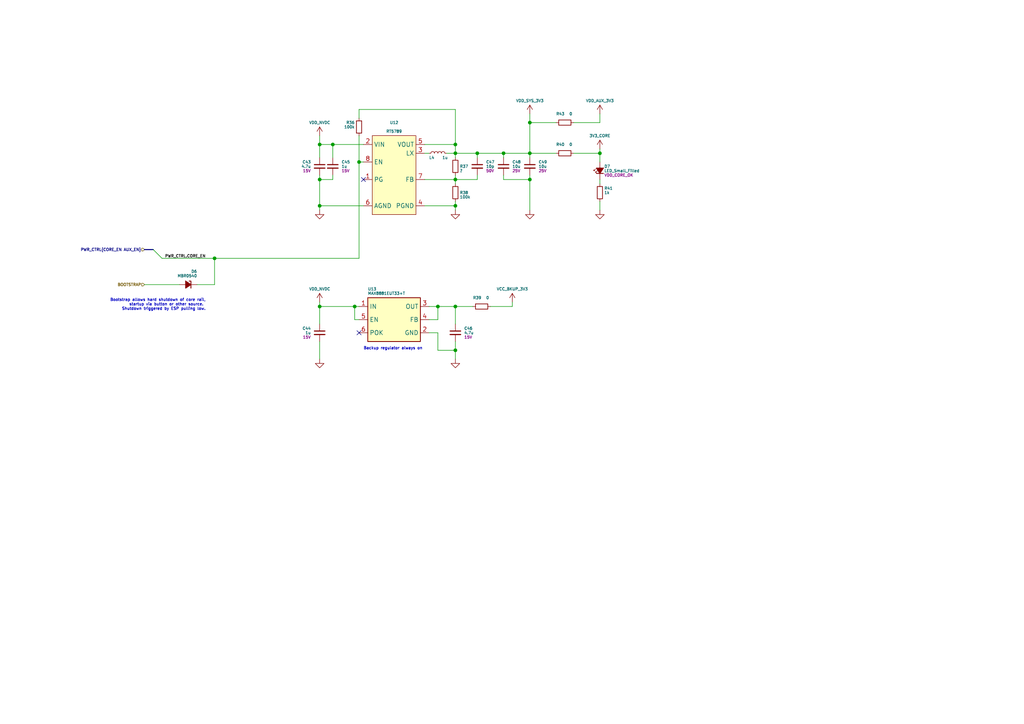
<source format=kicad_sch>
(kicad_sch (version 20211123) (generator eeschema)
  (paper "A4")
  (title_block (rev "A") (company "Frisius"))
  (lib_symbols
    (symbol "Device:C_Small" (pin_numbers hide) (pin_names (offset 0.254) hide)
      (property "Reference" "C" (at 0.254 1.778 0))
      (property "Value" "C_Small" (at 0.254 -2.032 0))
      (symbol "C_Small_0_1"
        (polyline (pts (xy -1.524 -0.508) (xy 1.524 -0.508)) (stroke (width 0.3302)))
        (polyline (pts (xy -1.524 0.508) (xy 1.524 0.508)) (stroke (width 0.3048)))
      )
      (symbol "C_Small_1_1"
        (pin passive line (at 0 2.54 270) (length 2.032) (name "~") (number "1"))
        (pin passive line (at 0 -2.54 90) (length 2.032) (name "~") (number "2"))
      )
    )
    (symbol "Device:D_Zener_Small_Filled" (pin_numbers hide) (pin_names (offset 0.254) hide)
      (property "Reference" "D" (at 0 2.286 0))
      (property "Value" "D_Zener_Small_Filled" (at 0 -2.286 0))
      (symbol "D_Zener_Small_Filled_0_1"
        (polyline (pts (xy 0.762 0) (xy -0.762 0)))
        (polyline (pts (xy -0.254 1.016) (xy -0.762 1.016) (xy -0.762 -1.016)) (stroke (width 0.254)))
        (polyline (pts (xy 0.762 1.016) (xy -0.762 0) (xy 0.762 -1.016) (xy 0.762 1.016)) (stroke (width 0.254)) (fill (type outline)))
      )
      (symbol "D_Zener_Small_Filled_1_1"
        (pin passive line (at -2.54 0 0) (length 1.778) (name "K") (number "1"))
        (pin passive line (at 2.54 0 180) (length 1.778) (name "A") (number "2"))
      )
    )
    (symbol "Device:LED_Small_Filled" (pin_numbers hide) (pin_names (offset 0.254) hide)
      (property "Reference" "D" (at -1.27 3.175 0))
      (property "Value" "LED_Small_Filled" (at -4.445 -2.54 0))
      (symbol "LED_Small_Filled_0_1"
        (polyline (pts (xy -0.762 -1.016) (xy -0.762 1.016)) (stroke (width 0.254)))
        (polyline (pts (xy 1.016 0) (xy -0.762 0)))
        (polyline (pts (xy 0.762 -1.016) (xy -0.762 0) (xy 0.762 1.016) (xy 0.762 -1.016)) (stroke (width 0.254)) (fill (type outline)))
        (polyline (pts (xy 0 0.762) (xy -0.508 1.27) (xy -0.254 1.27) (xy -0.508 1.27) (xy -0.508 1.016)))
        (polyline (pts (xy 0.508 1.27) (xy 0 1.778) (xy 0.254 1.778) (xy 0 1.778) (xy 0 1.524)))
      )
      (symbol "LED_Small_Filled_1_1"
        (pin passive line (at -2.54 0 0) (length 1.778) (name "K") (number "1"))
        (pin passive line (at 2.54 0 180) (length 1.778) (name "A") (number "2"))
      )
    )
    (symbol "Device:L_Small" (pin_numbers hide) (pin_names (offset 0.254) hide)
      (property "Reference" "L" (at 0.762 1.016 0))
      (property "Value" "L_Small" (at 0.762 -1.016 0))
      (symbol "L_Small_0_1"
        (arc (start 0 -2.032) (mid 0.508 -1.524) (end 0 -1.016))
        (arc (start 0 -1.016) (mid 0.508 -0.508) (end 0 0))
        (arc (start 0 0) (mid 0.508 0.508) (end 0 1.016))
        (arc (start 0 1.016) (mid 0.508 1.524) (end 0 2.032))
      )
      (symbol "L_Small_1_1"
        (pin passive line (at 0 2.54 270) (length 0.508) (name "~") (number "1"))
        (pin passive line (at 0 -2.54 90) (length 0.508) (name "~") (number "2"))
      )
    )
    (symbol "Device:R_Small" (pin_numbers hide) (pin_names (offset 0.254) hide)
      (property "Reference" "R" (at 0.762 0.508 0))
      (property "Value" "R_Small" (at 0.762 -1.016 0))
      (symbol "R_Small_0_1"
        (rectangle (start -0.762 1.778) (end 0.762 -1.778) (stroke (width 0.2032)))
      )
      (symbol "R_Small_1_1"
        (pin passive line (at 0 2.54 270) (length 0.762) (name "~") (number "1"))
        (pin passive line (at 0 -2.54 90) (length 0.762) (name "~") (number "2"))
      )
    )
    (symbol "bt_PMIC_DCDC_Buck:RT5789"
      (property "Reference" "U12" (at 0 13.97 0))
      (property "Value" "RT5789" (at 0 11.43 0))
      (symbol "RT5789_0_1"
        (rectangle (start -6.35 10.16) (end 6.35 -12.7) (fill (type background)))
      )
      (symbol "RT5789_1_1"
        (pin open_collector line (at -8.89 -2.54 0) (length 2.54) (name "PG") (number "1"))
        (pin power_in line (at -8.89 7.62 0) (length 2.54) (name "VIN") (number "2"))
        (pin bidirectional line (at 8.89 5.08 180) (length 2.54) (name "LX") (number "3"))
        (pin power_in line (at 8.89 -10.16 180) (length 2.54) (name "PGND") (number "4"))
        (pin input line (at 8.89 7.62 180) (length 2.54) (name "VOUT") (number "5"))
        (pin power_in line (at -8.89 -10.16 0) (length 2.54) (name "AGND") (number "6"))
        (pin input line (at 8.89 -2.54 180) (length 2.54) (name "FB") (number "7"))
        (pin input line (at -8.89 2.54 0) (length 2.54) (name "EN") (number "8"))
      )
    )
    (symbol "bt_PMIC_Linear:MAX8881EUT33+T"
      (property "Reference" "U" (at -7.62 8.89 0))
      (property "Value" "MAX8881EUT33+T" (at -7.62 7.62 0))
      (symbol "MAX8881EUT33+T_0_1"
        (rectangle (start -7.62 6.35) (end 7.62 -6.35) (stroke (width 0.254)) (fill (type background)))
      )
      (symbol "MAX8881EUT33+T_1_1"
        (pin power_in line (at -10.16 3.81 0) (length 2.54) (name "IN") (number "1"))
        (pin power_out line (at 10.16 -3.81 180) (length 2.54) (name "GND") (number "2"))
        (pin power_out line (at 10.16 3.81 180) (length 2.54) (name "OUT") (number "3"))
        (pin input line (at 10.16 0 180) (length 2.54) (name "FB") (number "4"))
        (pin input line (at -10.16 0 0) (length 2.54) (name "EN") (number "5"))
        (pin output line (at -10.16 -3.81 0) (length 2.54) (name "POK") (number "6"))
      )
    )
    (symbol "bt_power:VDD_AUX_3V3" (power) (in_bom no) (on_board no)
      (property "Value" "VDD_AUX_3V3" (at 0.2286 3.5814 0))
      (symbol "VDD_AUX_3V3_0_1"
        (polyline (pts (xy -0.762 1.27) (xy 0 2.54)))
        (polyline (pts (xy 0 0) (xy 0 2.54)))
        (polyline (pts (xy 0 2.54) (xy 0.762 1.27)))
      )
      (symbol "VDD_AUX_3V3_1_1"
        (pin power_in line (at 0 0 90) (length 0) hide (name "VDD_AUX_3V3") (number "1"))
      )
    )
    (symbol "bt_power:VDD_BKUP_3V3" (power) (pin_names (offset 0))
      (property "Value" "VDD_BKUP_3V3" (at 0 3.556 0))
      (symbol "VDD_BKUP_3V3_0_1"
        (polyline (pts (xy -0.762 1.27) (xy 0 2.54)))
        (polyline (pts (xy 0 0) (xy 0 2.54)))
        (polyline (pts (xy 0 2.54) (xy 0.762 1.27)))
      )
      (symbol "VDD_BKUP_3V3_1_1"
        (pin power_in line (at 0 0 90) (length 0) hide (name "VCC_BKUP_3V3") (number "1"))
      )
    )
    (symbol "bt_power:VDD_CORE_3V3" (power) (in_bom no) (on_board no)
      (property "Value" "VDD_CORE_3V3" (at 0.2286 3.5814 0))
      (symbol "VDD_CORE_3V3_0_1"
        (polyline (pts (xy -0.762 1.27) (xy 0 2.54)))
        (polyline (pts (xy 0 0) (xy 0 2.54)))
        (polyline (pts (xy 0 2.54) (xy 0.762 1.27)))
      )
      (symbol "VDD_CORE_3V3_1_1"
        (pin power_in line (at 0 0 90) (length 0) hide (name "3V3_CORE") (number "1"))
      )
    )
    (symbol "bt_power:VDD_NVDC" (power) (in_bom no) (on_board no)
      (property "Value" "VDD_NVDC" (at 0.2286 3.5814 0))
      (symbol "VDD_NVDC_0_1"
        (polyline (pts (xy -0.762 1.27) (xy 0 2.54)))
        (polyline (pts (xy 0 0) (xy 0 2.54)))
        (polyline (pts (xy 0 2.54) (xy 0.762 1.27)))
      )
      (symbol "VDD_NVDC_1_1"
        (pin power_in line (at 0 0 90) (length 0) hide (name "VDD_NVDC") (number "1"))
      )
    )
    (symbol "bt_power:VDD_SYS_3V3" (power) (in_bom no) (on_board no)
      (property "Value" "VDD_SYS_3V3" (at 0.2286 3.5814 0))
      (symbol "VDD_SYS_3V3_0_1"
        (polyline (pts (xy -0.762 1.27) (xy 0 2.54)))
        (polyline (pts (xy 0 0) (xy 0 2.54)))
        (polyline (pts (xy 0 2.54) (xy 0.762 1.27)))
      )
      (symbol "VDD_SYS_3V3_1_1"
        (pin power_in line (at 0 0 90) (length 0) hide (name "VDD_SYS_3V3") (number "1"))
      )
    )
    (symbol "power:GND" (power) (pin_names (offset 0))
      (property "Value" "GND" (at 0 -3.81 0))
      (symbol "GND_0_1"
        (polyline (pts (xy 0 0) (xy 0 -1.27) (xy 1.27 -1.27) (xy 0 -2.54) (xy -1.27 -1.27) (xy 0 -1.27)))
      )
      (symbol "GND_1_1"
        (pin power_in line (at 0 0 270) (length 0) hide (name "GND") (number "1"))
      )
    )
  )
  (junction (at 153.67 35.56))
  (junction (at 132.08 88.9))
  (junction (at 92.71 41.91))
  (junction (at 132.08 101.6))
  (junction (at 104.14 46.99))
  (junction (at 132.08 59.69))
  (junction (at 127 88.9))
  (junction (at 138.43 44.45))
  (junction (at 92.71 52.07))
  (junction (at 96.52 41.91))
  (junction (at 92.71 59.69))
  (junction (at 92.71 88.9))
  (junction (at 132.08 41.91))
  (junction (at 102.87 88.9))
  (junction (at 132.08 52.07))
  (junction (at 173.99 44.45))
  (junction (at 153.67 44.45))
  (junction (at 153.67 52.07))
  (junction (at 132.08 44.45))
  (junction (at 146.05 44.45))
  (junction (at 62.23 74.93))
  (no_connect (at 104.14 96.52))
  (no_connect (at 105.41 52.07))
  (bus_entry (at 44.45 72.39) (size 2.54 2.54))
  (wire (pts (xy 129.54 44.45) (xy 132.08 44.45)))
  (wire (pts (xy 138.43 44.45) (xy 138.43 45.72)))
  (wire (pts (xy 102.87 88.9) (xy 104.14 88.9)))
  (wire (pts (xy 138.43 50.8) (xy 138.43 52.07)))
  (wire (pts (xy 124.46 88.9) (xy 127 88.9)))
  (wire (pts (xy 132.08 104.14) (xy 132.08 101.6)))
  (wire (pts (xy 166.37 35.56) (xy 173.99 35.56)))
  (wire (pts (xy 173.99 60.96) (xy 173.99 58.42)))
  (wire (pts (xy 132.08 88.9) (xy 137.16 88.9)))
  (wire (pts (xy 92.71 93.98) (xy 92.71 88.9)))
  (wire (pts (xy 105.41 59.69) (xy 92.71 59.69)))
  (wire (pts (xy 92.71 45.72) (xy 92.71 41.91)))
  (wire (pts (xy 96.52 52.07) (xy 92.71 52.07)))
  (wire (pts (xy 102.87 92.71) (xy 102.87 88.9)))
  (wire (pts (xy 173.99 43.18) (xy 173.99 44.45)))
  (wire (pts (xy 92.71 88.9) (xy 102.87 88.9)))
  (wire (pts (xy 148.59 87.63) (xy 148.59 88.9)))
  (wire (pts (xy 132.08 31.75) (xy 132.08 41.91)))
  (wire (pts (xy 102.87 92.71) (xy 104.14 92.71)))
  (wire (pts (xy 132.08 88.9) (xy 132.08 93.98)))
  (wire (pts (xy 173.99 33.02) (xy 173.99 35.56)))
  (wire (pts (xy 92.71 59.69) (xy 92.71 52.07)))
  (wire (pts (xy 146.05 52.07) (xy 146.05 50.8)))
  (wire (pts (xy 127 96.52) (xy 127 101.6)))
  (wire (pts (xy 132.08 52.07) (xy 123.19 52.07)))
  (wire (pts (xy 127 101.6) (xy 132.08 101.6)))
  (wire (pts (xy 104.14 39.37) (xy 104.14 46.99)))
  (wire (pts (xy 132.08 41.91) (xy 132.08 44.45)))
  (wire (pts (xy 146.05 45.72) (xy 146.05 44.45)))
  (wire (pts (xy 92.71 39.37) (xy 92.71 41.91)))
  (wire (pts (xy 127 88.9) (xy 132.08 88.9)))
  (wire (pts (xy 132.08 50.8) (xy 132.08 52.07)))
  (wire (pts (xy 104.14 46.99) (xy 105.41 46.99)))
  (wire (pts (xy 124.46 96.52) (xy 127 96.52)))
  (wire (pts (xy 153.67 60.96) (xy 153.67 52.07)))
  (wire (pts (xy 62.23 74.93) (xy 46.99 74.93)))
  (wire (pts (xy 92.71 60.96) (xy 92.71 59.69)))
  (wire (pts (xy 124.46 92.71) (xy 127 92.71)))
  (wire (pts (xy 92.71 41.91) (xy 96.52 41.91)))
  (wire (pts (xy 92.71 104.14) (xy 92.71 99.06)))
  (wire (pts (xy 96.52 41.91) (xy 105.41 41.91)))
  (wire (pts (xy 132.08 59.69) (xy 132.08 58.42)))
  (wire (pts (xy 62.23 74.93) (xy 62.23 82.55)))
  (wire (pts (xy 132.08 44.45) (xy 132.08 45.72)))
  (wire (pts (xy 132.08 60.96) (xy 132.08 59.69)))
  (wire (pts (xy 166.37 44.45) (xy 173.99 44.45)))
  (wire (pts (xy 146.05 52.07) (xy 153.67 52.07)))
  (wire (pts (xy 92.71 87.63) (xy 92.71 88.9)))
  (wire (pts (xy 132.08 44.45) (xy 138.43 44.45)))
  (wire (pts (xy 62.23 74.93) (xy 104.14 74.93)))
  (wire (pts (xy 132.08 53.34) (xy 132.08 52.07)))
  (wire (pts (xy 104.14 34.29) (xy 104.14 31.75)))
  (wire (pts (xy 96.52 50.8) (xy 96.52 52.07)))
  (wire (pts (xy 153.67 35.56) (xy 153.67 44.45)))
  (wire (pts (xy 153.67 35.56) (xy 161.29 35.56)))
  (wire (pts (xy 104.14 46.99) (xy 104.14 74.93)))
  (wire (pts (xy 153.67 44.45) (xy 161.29 44.45)))
  (wire (pts (xy 153.67 33.02) (xy 153.67 35.56)))
  (wire (pts (xy 138.43 52.07) (xy 132.08 52.07)))
  (wire (pts (xy 123.19 41.91) (xy 132.08 41.91)))
  (wire (pts (xy 92.71 52.07) (xy 92.71 50.8)))
  (wire (pts (xy 173.99 46.99) (xy 173.99 44.45)))
  (wire (pts (xy 96.52 41.91) (xy 96.52 45.72)))
  (wire (pts (xy 146.05 44.45) (xy 153.67 44.45)))
  (wire (pts (xy 104.14 31.75) (xy 132.08 31.75)))
  (wire (pts (xy 173.99 52.07) (xy 173.99 53.34)))
  (wire (pts (xy 41.91 82.55) (xy 52.07 82.55)))
  (bus (pts (xy 44.45 72.39) (xy 41.91 72.39)))
  (wire (pts (xy 127 92.71) (xy 127 88.9)))
  (wire (pts (xy 142.24 88.9) (xy 148.59 88.9)))
  (wire (pts (xy 57.15 82.55) (xy 62.23 82.55)))
  (wire (pts (xy 153.67 45.72) (xy 153.67 44.45)))
  (wire (pts (xy 132.08 59.69) (xy 123.19 59.69)))
  (wire (pts (xy 153.67 52.07) (xy 153.67 50.8)))
  (wire (pts (xy 132.08 101.6) (xy 132.08 99.06)))
  (wire (pts (xy 124.46 44.45) (xy 123.19 44.45)))
  (wire (pts (xy 138.43 44.45) (xy 146.05 44.45)))
  (text "Bootstrap allows hard shutdown of core rail,\nstartup via button or other source. \nShutdown triggered by ESP pulling low." (at 59.69 90.17 0) (effects (font (size 0.8 0.8)) (justify right bottom)))
  (text "Backup regulator always on" (at 105.41 101.6 0) (effects (font (size 0.8 0.8)) (justify left bottom)))
  (label "PWR_CTRL.CORE_EN" (at 59.69 74.93 180) (effects (font (size 0.8 0.8))))
  (hierarchical_label "BOOTSTRAP" (shape input) (at 41.91 82.55 180) (effects (font (size 0.8 0.8))))
  (hierarchical_label "PWR_CTRL{CORE_EN AUX_EN}" (shape input) (at 41.91 72.39 180) (effects (font (size 0.8 0.8))))
  (symbol (lib_id "Device:C_Small") (at 96.52 48.26 0) (unit 1)
    (property "Reference" "C45" (at 99.06 46.99 0) (effects (font (size 0.8 0.8)) (justify left)))
    (property "Value" "1u" (at 99.06 48.26 0) (effects (font (size 0.8 0.8)) (justify left)))
    (property "Footprint" "Capacitor_SMD:C_0603_1608Metric" (effects hide))
    (property "Voltage" "15V" (at 99.06 49.53 0) (effects (font (size 0.8 0.8)) (justify left)))
  )
  (symbol (lib_id "bt_power:VDD_CORE_3V3") (at 173.99 43.18 0) (unit 1) (in_bom no) (on_board no)
    (property "Reference" "#U022" (effects hide))
    (property "Value" "VDD_CORE_3V3" (at 173.99 39.37 0) (effects (font (size 0.8 0.8))))
  )
  (symbol (lib_id "Device:R_Small") (at 163.83 44.45 90) (unit 1)
    (property "Reference" "R40" (at 161.29 41.91 90) (effects (font (size 0.8 0.8)) (justify right)))
    (property "Value" "0" (at 165.1 41.91 90) (effects (font (size 0.8 0.8)) (justify right)))
    (property "Footprint" "Resistor_SMD:R_0603_1608Metric_Pad0.98x0.95mm_HandSolder" (effects hide))
  )
  (symbol (lib_id "bt_power:VDD_AUX_3V3") (at 173.99 33.02 0) (unit 1) (in_bom no) (on_board no)
    (property "Reference" "#U024" (effects hide))
    (property "Value" "VDD_AUX_3V3" (at 173.99 29.21 0) (effects (font (size 0.8 0.8))))
  )
  (symbol (lib_id "bt_power:VDD_NVDC") (at 92.71 87.63 0) (unit 1) (in_bom no) (on_board no)
    (property "Reference" "#U020" (effects hide))
    (property "Value" "VDD_NVDC" (at 92.71 83.82 0) (effects (font (size 0.8 0.8))))
  )
  (symbol (lib_id "Device:L_Small") (at 127 44.45 90) (unit 1)
    (property "Reference" "L4" (at 124.46 45.72 90) (effects (font (size 0.8 0.8)) (justify right)))
    (property "Value" "1u" (at 128.27 45.72 90) (effects (font (size 0.8 0.8)) (justify right)))
    (property "Footprint" "Inductor_SMD:L_Wuerth_MAPI-2510" (effects hide))
  )
  (symbol (lib_id "power:GND") (at 92.71 104.14 0) (unit 1)
    (property "Reference" "#PWR056" (effects hide))
    (property "Value" "GND" (effects hide))
  )
  (symbol (lib_id "Device:R_Small") (at 104.14 36.83 0) (mirror y) (unit 1)
    (property "Reference" "R36" (at 102.87 35.56 0) (effects (font (size 0.8 0.8)) (justify left)))
    (property "Value" "100k" (at 102.87 36.83 0) (effects (font (size 0.8 0.8)) (justify left)))
    (property "Footprint" "Resistor_SMD:R_0402_1005Metric" (effects hide))
  )
  (symbol (lib_id "bt_power:VDD_SYS_3V3") (at 153.67 33.02 0) (unit 1) (in_bom no) (on_board no)
    (property "Reference" "#U0101" (effects hide))
    (property "Value" "VDD_SYS_3V3" (at 153.67 29.21 0) (effects (font (size 0.8 0.8))))
  )
  (symbol (lib_id "bt_power:VDD_BKUP_3V3") (at 148.59 87.63 0) (unit 1)
    (property "Reference" "#PWR061" (effects hide))
    (property "Value" "VDD_BKUP_3V3" (at 148.59 83.82 0) (effects (font (size 0.8 0.8))))
  )
  (symbol (lib_id "power:GND") (at 132.08 60.96 0) (unit 1)
    (property "Reference" "#PWR059" (effects hide))
    (property "Value" "GND" (effects hide))
  )
  (symbol (lib_id "power:GND") (at 173.99 60.96 0) (unit 1)
    (property "Reference" "#PWR063" (effects hide))
    (property "Value" "GND" (effects hide))
  )
  (symbol (lib_id "Device:C_Small") (at 92.71 96.52 0) (mirror y) (unit 1)
    (property "Reference" "C44" (at 90.17 95.25 0) (effects (font (size 0.8 0.8)) (justify left)))
    (property "Value" "1u" (at 90.17 96.52 0) (effects (font (size 0.8 0.8)) (justify left)))
    (property "Footprint" "Capacitor_SMD:C_0603_1608Metric" (effects hide))
    (property "Voltage" "15V" (at 90.17 97.79 0) (effects (font (size 0.8 0.8)) (justify left)))
  )
  (symbol (lib_id "Device:C_Small") (at 138.43 48.26 0) (unit 1)
    (property "Reference" "C47" (at 140.97 46.99 0) (effects (font (size 0.8 0.8)) (justify left)))
    (property "Value" "10p" (at 140.97 48.26 0) (effects (font (size 0.8 0.8)) (justify left)))
    (property "Footprint" "Capacitor_SMD:C_0402_1005Metric" (effects hide))
    (property "Voltage" "50V" (at 140.97 49.53 0) (effects (font (size 0.8 0.8)) (justify left)))
  )
  (symbol (lib_id "bt_PMIC_Linear:MAX8881EUT33+T") (at 114.3 92.71 0) (unit 1)
    (property "Reference" "U13" (at 106.68 83.82 0) (effects (font (size 0.8 0.8)) (justify left)))
    (property "Value" "MAX8881EUT33+T" (at 106.68 85.09 0) (effects (font (size 0.8 0.8)) (justify left)))
    (property "Footprint" "Package_TO_SOT_SMD:SOT-23-6" (effects hide))
  )
  (symbol (lib_id "power:GND") (at 92.71 60.96 0) (unit 1)
    (property "Reference" "#PWR055" (effects hide))
    (property "Value" "GND" (effects hide))
  )
  (symbol (lib_id "Device:C_Small") (at 146.05 48.26 0) (unit 1)
    (property "Reference" "C48" (at 148.59 46.99 0) (effects (font (size 0.8 0.8)) (justify left)))
    (property "Value" "10u" (at 148.59 48.26 0) (effects (font (size 0.8 0.8)) (justify left)))
    (property "Footprint" "Capacitor_SMD:C_0805_2012Metric" (effects hide))
    (property "Voltage" "25V" (at 148.59 49.53 0) (effects (font (size 0.8 0.8)) (justify left)))
  )
  (symbol (lib_id "bt_PMIC_DCDC_Buck:RT5789") (at 114.3 49.53 0) (unit 1)
    (property "Reference" "U12" (at 114.3 35.56 0) (effects (font (size 0.8 0.8))))
    (property "Value" "RT5789" (at 114.3 38.1 0) (effects (font (size 0.8 0.8))))
    (property "Footprint" "Package_TO_SOT_SMD:TSOT-23-8" (effects hide))
  )
  (symbol (lib_id "Device:C_Small") (at 153.67 48.26 0) (unit 1)
    (property "Reference" "C49" (at 156.21 46.99 0) (effects (font (size 0.8 0.8)) (justify left)))
    (property "Value" "10u" (at 156.21 48.26 0) (effects (font (size 0.8 0.8)) (justify left)))
    (property "Footprint" "Capacitor_SMD:C_0805_2012Metric" (effects hide))
    (property "Voltage" "25V" (at 156.21 49.53 0) (effects (font (size 0.8 0.8)) (justify left)))
  )
  (symbol (lib_id "Device:R_Small") (at 139.7 88.9 90) (unit 1)
    (property "Reference" "R39" (at 137.16 86.36 90) (effects (font (size 0.8 0.8)) (justify right)))
    (property "Value" "0" (at 140.97 86.36 90) (effects (font (size 0.8 0.8)) (justify right)))
    (property "Footprint" "Resistor_SMD:R_0603_1608Metric_Pad0.98x0.95mm_HandSolder" (effects hide))
  )
  (symbol (lib_id "Device:D_Zener_Small_Filled") (at 54.61 82.55 0) (mirror y) (unit 1)
    (property "Reference" "D6" (at 57.15 78.74 0) (effects (font (size 0.8 0.8)) (justify left)))
    (property "Value" "MBR0540" (at 57.15 80.01 0) (effects (font (size 0.8 0.8)) (justify left)))
    (property "Footprint" "LED_SMD:LED_0603_1608Metric" (effects hide))
  )
  (symbol (lib_id "power:GND") (at 153.67 60.96 0) (unit 1)
    (property "Reference" "#PWR062" (effects hide))
    (property "Value" "GND" (effects hide))
  )
  (symbol (lib_id "Device:C_Small") (at 92.71 48.26 0) (mirror y) (unit 1)
    (property "Reference" "C43" (at 90.17 46.99 0) (effects (font (size 0.8 0.8)) (justify left)))
    (property "Value" "4.7u" (at 90.17 48.26 0) (effects (font (size 0.8 0.8)) (justify left)))
    (property "Footprint" "Capacitor_SMD:C_0603_1608Metric" (effects hide))
    (property "Voltage" "15V" (at 90.17 49.53 0) (effects (font (size 0.8 0.8)) (justify left)))
  )
  (symbol (lib_id "Device:R_Small") (at 163.83 35.56 90) (unit 1)
    (property "Reference" "R43" (at 161.29 33.02 90) (effects (font (size 0.8 0.8)) (justify right)))
    (property "Value" "0" (at 165.1 33.02 90) (effects (font (size 0.8 0.8)) (justify right)))
    (property "Footprint" "Resistor_SMD:R_0603_1608Metric_Pad0.98x0.95mm_HandSolder" (effects hide))
  )
  (symbol (lib_id "Device:LED_Small_Filled") (at 173.99 49.53 90) (unit 1)
    (property "Reference" "D7" (at 175.26 48.26 90) (effects (font (size 0.8 0.8)) (justify right)))
    (property "Value" "LED_Small_Filled" (at 175.26 49.53 90) (effects (font (size 0.8 0.8)) (justify right)))
    (property "Footprint" "LED_SMD:LED_0603_1608Metric" (effects hide))
    (property "Label" "VDD_CORE_OK" (at 175.26 50.8 90) (effects (font (size 0.8 0.8)) (justify right)))
  )
  (symbol (lib_id "Device:R_Small") (at 173.99 55.88 0) (mirror x) (unit 1)
    (property "Reference" "R41" (at 175.26 54.61 0) (effects (font (size 0.8 0.8)) (justify left)))
    (property "Value" "1k" (at 175.26 55.88 0) (effects (font (size 0.8 0.8)) (justify left)))
    (property "Footprint" "Resistor_SMD:R_0402_1005Metric" (effects hide))
  )
  (symbol (lib_id "Device:R_Small") (at 132.08 55.88 0) (unit 1)
    (property "Reference" "R38" (at 133.35 55.88 0) (effects (font (size 0.8 0.8)) (justify left)))
    (property "Value" "100k" (at 133.35 57.15 0) (effects (font (size 0.8 0.8)) (justify left)))
    (property "Footprint" "Resistor_SMD:R_0402_1005Metric" (effects hide))
  )
  (symbol (lib_id "Device:R_Small") (at 132.08 48.26 0) (unit 1)
    (property "Reference" "R37" (at 133.35 48.26 0) (effects (font (size 0.8 0.8)) (justify left)))
    (property "Value" "?" (at 133.35 49.53 0) (effects (font (size 0.8 0.8)) (justify left)))
    (property "Footprint" "Resistor_SMD:R_0402_1005Metric" (effects hide))
  )
  (symbol (lib_id "bt_power:VDD_NVDC") (at 92.71 39.37 0) (unit 1) (in_bom no) (on_board no)
    (property "Reference" "#U019" (effects hide))
    (property "Value" "VDD_NVDC" (at 92.71 35.56 0) (effects (font (size 0.8 0.8))))
  )
  (symbol (lib_id "Device:C_Small") (at 132.08 96.52 0) (unit 1)
    (property "Reference" "C46" (at 134.62 95.25 0) (effects (font (size 0.8 0.8)) (justify left)))
    (property "Value" "4.7u" (at 134.62 96.52 0) (effects (font (size 0.8 0.8)) (justify left)))
    (property "Footprint" "Capacitor_SMD:C_0603_1608Metric" (effects hide))
    (property "Voltage" "15V" (at 134.62 97.79 0) (effects (font (size 0.8 0.8)) (justify left)))
  )
  (symbol (lib_id "power:GND") (at 132.08 104.14 0) (unit 1)
    (property "Reference" "#PWR060" (effects hide))
    (property "Value" "GND" (effects hide))
  )
)
</source>
